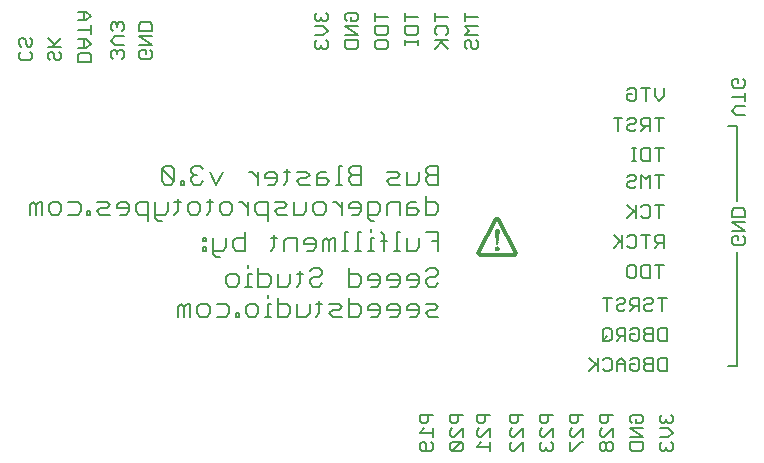
<source format=gbo>
G75*
G70*
%OFA0B0*%
%FSLAX24Y24*%
%IPPOS*%
%LPD*%
%AMOC8*
5,1,8,0,0,1.08239X$1,22.5*
%
%ADD10C,0.0060*%
%ADD11C,0.0080*%
%ADD12C,0.0050*%
%ADD13C,0.0120*%
D10*
X016683Y001931D02*
X016757Y001857D01*
X017050Y001857D01*
X017124Y001931D01*
X017124Y002077D01*
X017050Y002151D01*
X016903Y002077D02*
X016903Y001857D01*
X016683Y001931D02*
X016683Y002077D01*
X016757Y002151D01*
X016830Y002151D01*
X016903Y002077D01*
X017124Y002318D02*
X017124Y002611D01*
X017124Y002464D02*
X016683Y002464D01*
X016830Y002611D01*
X016757Y002778D02*
X016903Y002778D01*
X016977Y002851D01*
X016977Y003072D01*
X017124Y003072D02*
X016683Y003072D01*
X016683Y002851D01*
X016757Y002778D01*
X017683Y002851D02*
X017757Y002778D01*
X017903Y002778D01*
X017977Y002851D01*
X017977Y003072D01*
X018124Y003072D02*
X017683Y003072D01*
X017683Y002851D01*
X017757Y002611D02*
X017683Y002538D01*
X017683Y002391D01*
X017757Y002318D01*
X017830Y002318D01*
X018124Y002611D01*
X018124Y002318D01*
X018050Y002151D02*
X017757Y002151D01*
X017683Y002077D01*
X017683Y001931D01*
X017757Y001857D01*
X018050Y002151D01*
X018124Y002077D01*
X018124Y001931D01*
X018050Y001857D01*
X017757Y001857D01*
X018583Y002004D02*
X019024Y002004D01*
X019024Y002151D02*
X019024Y001857D01*
X018730Y002151D02*
X018583Y002004D01*
X018657Y002318D02*
X018583Y002391D01*
X018583Y002538D01*
X018657Y002611D01*
X018657Y002778D02*
X018803Y002778D01*
X018877Y002851D01*
X018877Y003072D01*
X019024Y003072D02*
X018583Y003072D01*
X018583Y002851D01*
X018657Y002778D01*
X019024Y002611D02*
X018730Y002318D01*
X018657Y002318D01*
X019024Y002318D02*
X019024Y002611D01*
X019683Y002538D02*
X019683Y002391D01*
X019757Y002318D01*
X019830Y002318D01*
X020124Y002611D01*
X020124Y002318D01*
X020124Y002151D02*
X019830Y001857D01*
X019757Y001857D01*
X019683Y001931D01*
X019683Y002077D01*
X019757Y002151D01*
X020124Y002151D02*
X020124Y001857D01*
X020683Y001931D02*
X020683Y002077D01*
X020757Y002151D01*
X020757Y002318D02*
X020683Y002391D01*
X020683Y002538D01*
X020757Y002611D01*
X020757Y002778D02*
X020903Y002778D01*
X020977Y002851D01*
X020977Y003072D01*
X021124Y003072D02*
X020683Y003072D01*
X020683Y002851D01*
X020757Y002778D01*
X021124Y002611D02*
X020830Y002318D01*
X020757Y002318D01*
X021050Y002151D02*
X021124Y002077D01*
X021124Y001931D01*
X021050Y001857D01*
X020977Y001857D01*
X020903Y001931D01*
X020903Y002004D01*
X020903Y001931D02*
X020830Y001857D01*
X020757Y001857D01*
X020683Y001931D01*
X021124Y002318D02*
X021124Y002611D01*
X021683Y002538D02*
X021683Y002391D01*
X021757Y002318D01*
X021830Y002318D01*
X022124Y002611D01*
X022124Y002318D01*
X022124Y002151D02*
X022050Y002151D01*
X021757Y001857D01*
X021683Y001857D01*
X021683Y002151D01*
X021683Y002538D02*
X021757Y002611D01*
X021757Y002778D02*
X021903Y002778D01*
X021977Y002851D01*
X021977Y003072D01*
X022124Y003072D02*
X021683Y003072D01*
X021683Y002851D01*
X021757Y002778D01*
X022683Y002851D02*
X022757Y002778D01*
X022903Y002778D01*
X022977Y002851D01*
X022977Y003072D01*
X023124Y003072D02*
X022683Y003072D01*
X022683Y002851D01*
X022757Y002611D02*
X022683Y002538D01*
X022683Y002391D01*
X022757Y002318D01*
X022830Y002318D01*
X023124Y002611D01*
X023124Y002318D01*
X023050Y002151D02*
X022977Y002151D01*
X022903Y002077D01*
X022903Y001931D01*
X022977Y001857D01*
X023050Y001857D01*
X023124Y001931D01*
X023124Y002077D01*
X023050Y002151D01*
X022903Y002077D02*
X022830Y002151D01*
X022757Y002151D01*
X022683Y002077D01*
X022683Y001931D01*
X022757Y001857D01*
X022830Y001857D01*
X022903Y001931D01*
X023683Y001931D02*
X023757Y001857D01*
X024050Y001857D01*
X024124Y001931D01*
X024124Y002151D01*
X023683Y002151D01*
X023683Y001931D01*
X023683Y002318D02*
X024124Y002318D01*
X023683Y002611D01*
X024124Y002611D01*
X024050Y002778D02*
X023903Y002778D01*
X023903Y002925D01*
X023757Y003072D02*
X024050Y003072D01*
X024124Y002998D01*
X024124Y002851D01*
X024050Y002778D01*
X023757Y002778D02*
X023683Y002851D01*
X023683Y002998D01*
X023757Y003072D01*
X024683Y002998D02*
X024683Y002851D01*
X024757Y002778D01*
X024830Y002778D01*
X024903Y002851D01*
X024977Y002778D01*
X025050Y002778D01*
X025124Y002851D01*
X025124Y002998D01*
X025050Y003072D01*
X024903Y002925D02*
X024903Y002851D01*
X024977Y002611D02*
X024683Y002611D01*
X024977Y002611D02*
X025124Y002464D01*
X024977Y002318D01*
X024683Y002318D01*
X024757Y002151D02*
X024683Y002077D01*
X024683Y001931D01*
X024757Y001857D01*
X024830Y001857D01*
X024903Y001931D01*
X024977Y001857D01*
X025050Y001857D01*
X025124Y001931D01*
X025124Y002077D01*
X025050Y002151D01*
X024903Y002004D02*
X024903Y001931D01*
X024683Y002998D02*
X024757Y003072D01*
X024703Y004532D02*
X024630Y004605D01*
X024630Y004899D01*
X024703Y004972D01*
X024924Y004972D01*
X024924Y004532D01*
X024703Y004532D01*
X024463Y004532D02*
X024243Y004532D01*
X024170Y004605D01*
X024170Y004678D01*
X024243Y004752D01*
X024463Y004752D01*
X024463Y004972D02*
X024243Y004972D01*
X024170Y004899D01*
X024170Y004825D01*
X024243Y004752D01*
X024003Y004899D02*
X024003Y004605D01*
X023929Y004532D01*
X023783Y004532D01*
X023709Y004605D01*
X023709Y004752D01*
X023856Y004752D01*
X023709Y004899D02*
X023783Y004972D01*
X023929Y004972D01*
X024003Y004899D01*
X024463Y004972D02*
X024463Y004532D01*
X023542Y004532D02*
X023542Y004825D01*
X023396Y004972D01*
X023249Y004825D01*
X023249Y004532D01*
X023082Y004605D02*
X023009Y004532D01*
X022862Y004532D01*
X022789Y004605D01*
X022622Y004678D02*
X022328Y004972D01*
X022622Y004972D02*
X022622Y004532D01*
X022548Y004752D02*
X022328Y004532D01*
X022789Y004899D02*
X022862Y004972D01*
X023009Y004972D01*
X023082Y004899D01*
X023082Y004605D01*
X023249Y004752D02*
X023542Y004752D01*
X023542Y005532D02*
X023542Y005972D01*
X023322Y005972D01*
X023249Y005899D01*
X023249Y005752D01*
X023322Y005678D01*
X023542Y005678D01*
X023396Y005678D02*
X023249Y005532D01*
X023082Y005605D02*
X023009Y005532D01*
X022862Y005532D01*
X022789Y005605D01*
X022789Y005899D01*
X022862Y005972D01*
X023009Y005972D01*
X023082Y005899D01*
X023082Y005605D01*
X022935Y005678D02*
X022789Y005532D01*
X023709Y005605D02*
X023783Y005532D01*
X023929Y005532D01*
X024003Y005605D01*
X024003Y005899D01*
X023929Y005972D01*
X023783Y005972D01*
X023709Y005899D01*
X023709Y005752D02*
X023856Y005752D01*
X023709Y005752D02*
X023709Y005605D01*
X024170Y005605D02*
X024243Y005532D01*
X024463Y005532D01*
X024463Y005972D01*
X024243Y005972D01*
X024170Y005899D01*
X024170Y005825D01*
X024243Y005752D01*
X024463Y005752D01*
X024243Y005752D02*
X024170Y005678D01*
X024170Y005605D01*
X024630Y005605D02*
X024703Y005532D01*
X024924Y005532D01*
X024924Y005972D01*
X024703Y005972D01*
X024630Y005899D01*
X024630Y005605D01*
X024777Y006532D02*
X024777Y006972D01*
X024924Y006972D02*
X024630Y006972D01*
X024463Y006899D02*
X024463Y006825D01*
X024390Y006752D01*
X024243Y006752D01*
X024170Y006678D01*
X024170Y006605D01*
X024243Y006532D01*
X024390Y006532D01*
X024463Y006605D01*
X024463Y006899D02*
X024390Y006972D01*
X024243Y006972D01*
X024170Y006899D01*
X024003Y006972D02*
X023783Y006972D01*
X023709Y006899D01*
X023709Y006752D01*
X023783Y006678D01*
X024003Y006678D01*
X024003Y006532D02*
X024003Y006972D01*
X023856Y006678D02*
X023709Y006532D01*
X023542Y006605D02*
X023469Y006532D01*
X023322Y006532D01*
X023249Y006605D01*
X023249Y006678D01*
X023322Y006752D01*
X023469Y006752D01*
X023542Y006825D01*
X023542Y006899D01*
X023469Y006972D01*
X023322Y006972D01*
X023249Y006899D01*
X023082Y006972D02*
X022789Y006972D01*
X022935Y006972D02*
X022935Y006532D01*
X023683Y007632D02*
X023609Y007705D01*
X023609Y007999D01*
X023683Y008072D01*
X023829Y008072D01*
X023903Y007999D01*
X023903Y007705D01*
X023829Y007632D01*
X023683Y007632D01*
X024070Y007705D02*
X024070Y007999D01*
X024143Y008072D01*
X024363Y008072D01*
X024363Y007632D01*
X024143Y007632D01*
X024070Y007705D01*
X024530Y008072D02*
X024824Y008072D01*
X024677Y008072D02*
X024677Y007632D01*
X024824Y008632D02*
X024824Y009072D01*
X024603Y009072D01*
X024530Y008999D01*
X024530Y008852D01*
X024603Y008778D01*
X024824Y008778D01*
X024677Y008778D02*
X024530Y008632D01*
X024216Y008632D02*
X024216Y009072D01*
X024070Y009072D02*
X024363Y009072D01*
X023903Y008999D02*
X023903Y008705D01*
X023829Y008632D01*
X023683Y008632D01*
X023609Y008705D01*
X023442Y008632D02*
X023442Y009072D01*
X023609Y008999D02*
X023683Y009072D01*
X023829Y009072D01*
X023903Y008999D01*
X023442Y008778D02*
X023149Y009072D01*
X023369Y008852D02*
X023149Y008632D01*
X023609Y009632D02*
X023829Y009852D01*
X023903Y009778D02*
X023609Y010072D01*
X023903Y010072D02*
X023903Y009632D01*
X024070Y009705D02*
X024143Y009632D01*
X024290Y009632D01*
X024363Y009705D01*
X024363Y009999D01*
X024290Y010072D01*
X024143Y010072D01*
X024070Y009999D01*
X024530Y010072D02*
X024824Y010072D01*
X024677Y010072D02*
X024677Y009632D01*
X024677Y010632D02*
X024677Y011072D01*
X024824Y011072D02*
X024530Y011072D01*
X024363Y011072D02*
X024216Y010925D01*
X024070Y011072D01*
X024070Y010632D01*
X023903Y010705D02*
X023829Y010632D01*
X023683Y010632D01*
X023609Y010705D01*
X023609Y010778D01*
X023683Y010852D01*
X023829Y010852D01*
X023903Y010925D01*
X023903Y010999D01*
X023829Y011072D01*
X023683Y011072D01*
X023609Y010999D01*
X023756Y011532D02*
X023903Y011532D01*
X023829Y011532D02*
X023829Y011972D01*
X023756Y011972D02*
X023903Y011972D01*
X024070Y011899D02*
X024143Y011972D01*
X024363Y011972D01*
X024363Y011532D01*
X024143Y011532D01*
X024070Y011605D01*
X024070Y011899D01*
X024530Y011972D02*
X024824Y011972D01*
X024677Y011972D02*
X024677Y011532D01*
X024363Y011072D02*
X024363Y010632D01*
X024363Y012532D02*
X024363Y012972D01*
X024143Y012972D01*
X024070Y012899D01*
X024070Y012752D01*
X024143Y012678D01*
X024363Y012678D01*
X024216Y012678D02*
X024070Y012532D01*
X023903Y012605D02*
X023829Y012532D01*
X023683Y012532D01*
X023609Y012605D01*
X023609Y012678D01*
X023683Y012752D01*
X023829Y012752D01*
X023903Y012825D01*
X023903Y012899D01*
X023829Y012972D01*
X023683Y012972D01*
X023609Y012899D01*
X023442Y012972D02*
X023149Y012972D01*
X023296Y012972D02*
X023296Y012532D01*
X023683Y013532D02*
X023609Y013605D01*
X023609Y013752D01*
X023756Y013752D01*
X023609Y013899D02*
X023683Y013972D01*
X023829Y013972D01*
X023903Y013899D01*
X023903Y013605D01*
X023829Y013532D01*
X023683Y013532D01*
X024216Y013532D02*
X024216Y013972D01*
X024070Y013972D02*
X024363Y013972D01*
X024530Y013972D02*
X024530Y013678D01*
X024677Y013532D01*
X024824Y013678D01*
X024824Y013972D01*
X024824Y012972D02*
X024530Y012972D01*
X024677Y012972D02*
X024677Y012532D01*
X027084Y013197D02*
X027230Y013344D01*
X027524Y013344D01*
X027524Y013511D02*
X027524Y013804D01*
X027524Y013658D02*
X027084Y013658D01*
X027157Y013971D02*
X027084Y014045D01*
X027084Y014191D01*
X027157Y014265D01*
X027304Y014265D01*
X027304Y014118D01*
X027451Y014265D02*
X027524Y014191D01*
X027524Y014045D01*
X027451Y013971D01*
X027157Y013971D01*
X027084Y013197D02*
X027230Y013050D01*
X027524Y013050D01*
X027451Y009946D02*
X027157Y009946D01*
X027084Y009872D01*
X027084Y009652D01*
X027524Y009652D01*
X027524Y009872D01*
X027451Y009946D01*
X027524Y009486D02*
X027084Y009486D01*
X027524Y009192D01*
X027084Y009192D01*
X027157Y009025D02*
X027304Y009025D01*
X027304Y008878D01*
X027451Y008732D02*
X027524Y008805D01*
X027524Y008952D01*
X027451Y009025D01*
X027157Y009025D02*
X027084Y008952D01*
X027084Y008805D01*
X027157Y008732D01*
X027451Y008732D01*
X020124Y003072D02*
X019683Y003072D01*
X019683Y002851D01*
X019757Y002778D01*
X019903Y002778D01*
X019977Y002851D01*
X019977Y003072D01*
X019757Y002611D02*
X019683Y002538D01*
X005724Y014832D02*
X005284Y014832D01*
X005284Y015052D01*
X005357Y015125D01*
X005651Y015125D01*
X005724Y015052D01*
X005724Y014832D01*
X006384Y015005D02*
X006384Y015152D01*
X006457Y015225D01*
X006530Y015225D01*
X006604Y015152D01*
X006604Y015078D01*
X006604Y015152D02*
X006677Y015225D01*
X006751Y015225D01*
X006824Y015152D01*
X006824Y015005D01*
X006751Y014932D01*
X006457Y014932D02*
X006384Y015005D01*
X006530Y015392D02*
X006384Y015539D01*
X006530Y015686D01*
X006824Y015686D01*
X006751Y015852D02*
X006824Y015926D01*
X006824Y016072D01*
X006751Y016146D01*
X006677Y016146D01*
X006604Y016072D01*
X006530Y016146D01*
X006457Y016146D01*
X006384Y016072D01*
X006384Y015926D01*
X006457Y015852D01*
X006604Y015999D02*
X006604Y016072D01*
X007334Y016072D02*
X007334Y015852D01*
X007774Y015852D01*
X007774Y016072D01*
X007701Y016146D01*
X007407Y016146D01*
X007334Y016072D01*
X007334Y015686D02*
X007774Y015686D01*
X007774Y015392D02*
X007334Y015686D01*
X007334Y015392D02*
X007774Y015392D01*
X007701Y015225D02*
X007774Y015152D01*
X007774Y015005D01*
X007701Y014932D01*
X007407Y014932D01*
X007334Y015005D01*
X007334Y015152D01*
X007407Y015225D01*
X007554Y015225D01*
X007554Y015078D01*
X006824Y015392D02*
X006530Y015392D01*
X005724Y015439D02*
X005577Y015586D01*
X005284Y015586D01*
X005504Y015586D02*
X005504Y015292D01*
X005577Y015292D02*
X005724Y015439D01*
X005577Y015292D02*
X005284Y015292D01*
X004724Y015342D02*
X004284Y015342D01*
X004430Y015342D02*
X004724Y015636D01*
X004504Y015415D02*
X004284Y015636D01*
X003774Y015562D02*
X003774Y015415D01*
X003701Y015342D01*
X003627Y015342D01*
X003554Y015415D01*
X003554Y015562D01*
X003480Y015636D01*
X003407Y015636D01*
X003334Y015562D01*
X003334Y015415D01*
X003407Y015342D01*
X003407Y015175D02*
X003334Y015102D01*
X003334Y014955D01*
X003407Y014882D01*
X003701Y014882D01*
X003774Y014955D01*
X003774Y015102D01*
X003701Y015175D01*
X003774Y015562D02*
X003701Y015636D01*
X004284Y015102D02*
X004284Y014955D01*
X004357Y014882D01*
X004504Y014955D02*
X004577Y014882D01*
X004651Y014882D01*
X004724Y014955D01*
X004724Y015102D01*
X004651Y015175D01*
X004504Y015102D02*
X004430Y015175D01*
X004357Y015175D01*
X004284Y015102D01*
X004504Y015102D02*
X004504Y014955D01*
X005724Y015752D02*
X005724Y016046D01*
X005724Y015899D02*
X005284Y015899D01*
X005284Y016213D02*
X005577Y016213D01*
X005724Y016359D01*
X005577Y016506D01*
X005284Y016506D01*
X005504Y016506D02*
X005504Y016213D01*
X013183Y016251D02*
X013257Y016178D01*
X013330Y016178D01*
X013403Y016251D01*
X013477Y016178D01*
X013550Y016178D01*
X013624Y016251D01*
X013624Y016398D01*
X013550Y016472D01*
X013403Y016325D02*
X013403Y016251D01*
X013183Y016251D02*
X013183Y016398D01*
X013257Y016472D01*
X013183Y016011D02*
X013477Y016011D01*
X013624Y015864D01*
X013477Y015718D01*
X013183Y015718D01*
X013257Y015551D02*
X013183Y015477D01*
X013183Y015331D01*
X013257Y015257D01*
X013330Y015257D01*
X013403Y015331D01*
X013477Y015257D01*
X013550Y015257D01*
X013624Y015331D01*
X013624Y015477D01*
X013550Y015551D01*
X013403Y015404D02*
X013403Y015331D01*
X014183Y015331D02*
X014183Y015551D01*
X014624Y015551D01*
X014624Y015331D01*
X014550Y015257D01*
X014257Y015257D01*
X014183Y015331D01*
X014183Y015718D02*
X014624Y015718D01*
X014183Y016011D01*
X014624Y016011D01*
X014550Y016178D02*
X014624Y016251D01*
X014624Y016398D01*
X014550Y016472D01*
X014257Y016472D01*
X014183Y016398D01*
X014183Y016251D01*
X014257Y016178D01*
X014403Y016178D02*
X014403Y016325D01*
X014403Y016178D02*
X014550Y016178D01*
X015183Y016178D02*
X015183Y016472D01*
X015183Y016325D02*
X015624Y016325D01*
X015624Y016011D02*
X015183Y016011D01*
X015183Y015791D01*
X015257Y015718D01*
X015550Y015718D01*
X015624Y015791D01*
X015624Y016011D01*
X016183Y016011D02*
X016183Y015791D01*
X016257Y015718D01*
X016550Y015718D01*
X016624Y015791D01*
X016624Y016011D01*
X016183Y016011D01*
X016183Y016178D02*
X016183Y016472D01*
X016183Y016325D02*
X016624Y016325D01*
X017183Y016325D02*
X017624Y016325D01*
X017550Y016011D02*
X017257Y016011D01*
X017183Y015938D01*
X017183Y015791D01*
X017257Y015718D01*
X017183Y015551D02*
X017624Y015551D01*
X017477Y015551D02*
X017183Y015257D01*
X017403Y015477D02*
X017624Y015257D01*
X017550Y015718D02*
X017624Y015791D01*
X017624Y015938D01*
X017550Y016011D01*
X017183Y016178D02*
X017183Y016472D01*
X018183Y016472D02*
X018183Y016178D01*
X018183Y016325D02*
X018624Y016325D01*
X018624Y016011D02*
X018183Y016011D01*
X018330Y015864D01*
X018183Y015718D01*
X018624Y015718D01*
X018550Y015551D02*
X018624Y015477D01*
X018624Y015331D01*
X018550Y015257D01*
X018477Y015257D01*
X018403Y015331D01*
X018403Y015477D01*
X018330Y015551D01*
X018257Y015551D01*
X018183Y015477D01*
X018183Y015331D01*
X018257Y015257D01*
X016624Y015404D02*
X016624Y015551D01*
X016624Y015477D02*
X016183Y015477D01*
X016183Y015404D02*
X016183Y015551D01*
X015624Y015477D02*
X015624Y015331D01*
X015550Y015257D01*
X015257Y015257D01*
X015183Y015331D01*
X015183Y015477D01*
X015257Y015551D01*
X015550Y015551D01*
X015624Y015477D01*
D11*
X008628Y006652D02*
X008628Y006342D01*
X008835Y006342D02*
X008835Y006652D01*
X008732Y006755D01*
X008628Y006652D01*
X008835Y006652D02*
X008939Y006755D01*
X009042Y006755D01*
X009042Y006342D01*
X009273Y006445D02*
X009273Y006652D01*
X009376Y006755D01*
X009583Y006755D01*
X009687Y006652D01*
X009687Y006445D01*
X009583Y006342D01*
X009376Y006342D01*
X009273Y006445D01*
X009918Y006342D02*
X010228Y006342D01*
X010331Y006445D01*
X010331Y006652D01*
X010228Y006755D01*
X009918Y006755D01*
X010550Y006445D02*
X010550Y006342D01*
X010653Y006342D01*
X010653Y006445D01*
X010550Y006445D01*
X010884Y006445D02*
X010884Y006652D01*
X010988Y006755D01*
X011195Y006755D01*
X011298Y006652D01*
X011298Y006445D01*
X011195Y006342D01*
X010988Y006342D01*
X010884Y006445D01*
X011521Y006342D02*
X011728Y006342D01*
X011624Y006342D02*
X011624Y006755D01*
X011728Y006755D01*
X011959Y006755D02*
X012269Y006755D01*
X012372Y006652D01*
X012372Y006445D01*
X012269Y006342D01*
X011959Y006342D01*
X011959Y006962D01*
X011624Y006962D02*
X011624Y007066D01*
X011624Y007342D02*
X011314Y007342D01*
X011314Y007962D01*
X011314Y007755D02*
X011624Y007755D01*
X011728Y007652D01*
X011728Y007445D01*
X011624Y007342D01*
X011959Y007342D02*
X011959Y007755D01*
X012372Y007755D02*
X012372Y007445D01*
X012269Y007342D01*
X011959Y007342D01*
X012595Y007342D02*
X012698Y007445D01*
X012698Y007859D01*
X012595Y007755D02*
X012802Y007755D01*
X013033Y007859D02*
X013136Y007962D01*
X013343Y007962D01*
X013446Y007859D01*
X013446Y007755D01*
X013343Y007652D01*
X013136Y007652D01*
X013033Y007548D01*
X013033Y007445D01*
X013136Y007342D01*
X013343Y007342D01*
X013446Y007445D01*
X014322Y007342D02*
X014632Y007342D01*
X014735Y007445D01*
X014735Y007652D01*
X014632Y007755D01*
X014322Y007755D01*
X014322Y007962D02*
X014322Y007342D01*
X014322Y006962D02*
X014322Y006342D01*
X014632Y006342D01*
X014735Y006445D01*
X014735Y006652D01*
X014632Y006755D01*
X014322Y006755D01*
X014091Y006652D02*
X013988Y006548D01*
X013781Y006548D01*
X013677Y006445D01*
X013781Y006342D01*
X014091Y006342D01*
X014091Y006652D02*
X013988Y006755D01*
X013677Y006755D01*
X013446Y006755D02*
X013240Y006755D01*
X013343Y006859D02*
X013343Y006445D01*
X013240Y006342D01*
X013017Y006445D02*
X012913Y006342D01*
X012603Y006342D01*
X012603Y006755D01*
X013017Y006755D02*
X013017Y006445D01*
X014966Y006548D02*
X015380Y006548D01*
X015380Y006445D02*
X015380Y006652D01*
X015277Y006755D01*
X015070Y006755D01*
X014966Y006652D01*
X014966Y006548D01*
X015070Y006342D02*
X015277Y006342D01*
X015380Y006445D01*
X015611Y006548D02*
X016024Y006548D01*
X016024Y006445D02*
X016024Y006652D01*
X015921Y006755D01*
X015714Y006755D01*
X015611Y006652D01*
X015611Y006548D01*
X015714Y006342D02*
X015921Y006342D01*
X016024Y006445D01*
X016255Y006548D02*
X016669Y006548D01*
X016669Y006445D02*
X016669Y006652D01*
X016566Y006755D01*
X016359Y006755D01*
X016255Y006652D01*
X016255Y006548D01*
X016359Y006342D02*
X016566Y006342D01*
X016669Y006445D01*
X016900Y006445D02*
X017003Y006548D01*
X017210Y006548D01*
X017314Y006652D01*
X017210Y006755D01*
X016900Y006755D01*
X016900Y006445D02*
X017003Y006342D01*
X017314Y006342D01*
X017210Y007342D02*
X017003Y007342D01*
X016900Y007445D01*
X016900Y007548D01*
X017003Y007652D01*
X017210Y007652D01*
X017314Y007755D01*
X017314Y007859D01*
X017210Y007962D01*
X017003Y007962D01*
X016900Y007859D01*
X016669Y007652D02*
X016566Y007755D01*
X016359Y007755D01*
X016255Y007652D01*
X016255Y007548D01*
X016669Y007548D01*
X016669Y007445D02*
X016669Y007652D01*
X016669Y007445D02*
X016566Y007342D01*
X016359Y007342D01*
X016024Y007445D02*
X016024Y007652D01*
X015921Y007755D01*
X015714Y007755D01*
X015611Y007652D01*
X015611Y007548D01*
X016024Y007548D01*
X016024Y007445D02*
X015921Y007342D01*
X015714Y007342D01*
X015380Y007445D02*
X015380Y007652D01*
X015277Y007755D01*
X015070Y007755D01*
X014966Y007652D01*
X014966Y007548D01*
X015380Y007548D01*
X015380Y007445D02*
X015277Y007342D01*
X015070Y007342D01*
X015062Y008542D02*
X015062Y008955D01*
X015165Y008955D01*
X015062Y009162D02*
X015062Y009266D01*
X015388Y009162D02*
X015491Y009059D01*
X015491Y008542D01*
X015818Y008542D02*
X016024Y008542D01*
X015921Y008542D02*
X015921Y009162D01*
X016024Y009162D01*
X016255Y008955D02*
X016255Y008542D01*
X016566Y008542D01*
X016669Y008645D01*
X016669Y008955D01*
X016900Y009162D02*
X017314Y009162D01*
X017314Y008542D01*
X017314Y008852D02*
X017107Y008852D01*
X017210Y009742D02*
X016900Y009742D01*
X016900Y010362D01*
X016900Y010155D02*
X017210Y010155D01*
X017314Y010052D01*
X017314Y009845D01*
X017210Y009742D01*
X016669Y009845D02*
X016566Y009948D01*
X016255Y009948D01*
X016255Y010052D02*
X016255Y009742D01*
X016566Y009742D01*
X016669Y009845D01*
X016566Y010155D02*
X016359Y010155D01*
X016255Y010052D01*
X016024Y010155D02*
X015714Y010155D01*
X015611Y010052D01*
X015611Y009742D01*
X015380Y009845D02*
X015277Y009742D01*
X014966Y009742D01*
X014966Y009638D02*
X014966Y010155D01*
X015277Y010155D01*
X015380Y010052D01*
X015380Y009845D01*
X015173Y009535D02*
X015070Y009535D01*
X014966Y009638D01*
X014735Y009845D02*
X014735Y010052D01*
X014632Y010155D01*
X014425Y010155D01*
X014322Y010052D01*
X014322Y009948D01*
X014735Y009948D01*
X014735Y009845D02*
X014632Y009742D01*
X014425Y009742D01*
X014091Y009742D02*
X014091Y010155D01*
X014091Y009948D02*
X013884Y010155D01*
X013781Y010155D01*
X013554Y010052D02*
X013554Y009845D01*
X013450Y009742D01*
X013244Y009742D01*
X013140Y009845D01*
X013140Y010052D01*
X013244Y010155D01*
X013450Y010155D01*
X013554Y010052D01*
X012909Y010155D02*
X012909Y009845D01*
X012806Y009742D01*
X012496Y009742D01*
X012496Y010155D01*
X012265Y010052D02*
X012161Y009948D01*
X011955Y009948D01*
X011851Y009845D01*
X011955Y009742D01*
X012265Y009742D01*
X012265Y010052D02*
X012161Y010155D01*
X011851Y010155D01*
X011620Y010155D02*
X011310Y010155D01*
X011207Y010052D01*
X011207Y009845D01*
X011310Y009742D01*
X011620Y009742D01*
X011620Y009535D02*
X011620Y010155D01*
X010976Y010155D02*
X010976Y009742D01*
X010976Y009948D02*
X010769Y010155D01*
X010665Y010155D01*
X010439Y010052D02*
X010439Y009845D01*
X010335Y009742D01*
X010128Y009742D01*
X010025Y009845D01*
X010025Y010052D01*
X010128Y010155D01*
X010335Y010155D01*
X010439Y010052D01*
X009794Y010155D02*
X009587Y010155D01*
X009691Y010259D02*
X009691Y009845D01*
X009587Y009742D01*
X009364Y009845D02*
X009261Y009742D01*
X009054Y009742D01*
X008951Y009845D01*
X008951Y010052D01*
X009054Y010155D01*
X009261Y010155D01*
X009364Y010052D01*
X009364Y009845D01*
X008720Y010155D02*
X008513Y010155D01*
X008616Y010259D02*
X008616Y009845D01*
X008513Y009742D01*
X008290Y009845D02*
X008187Y009742D01*
X007877Y009742D01*
X007877Y009638D02*
X007980Y009535D01*
X008083Y009535D01*
X007877Y009638D02*
X007877Y010155D01*
X007646Y010155D02*
X007335Y010155D01*
X007232Y010052D01*
X007232Y009845D01*
X007335Y009742D01*
X007646Y009742D01*
X007646Y009535D02*
X007646Y010155D01*
X008290Y010155D02*
X008290Y009845D01*
X009476Y008955D02*
X009476Y008852D01*
X009579Y008852D01*
X009579Y008955D01*
X009476Y008955D01*
X009810Y008955D02*
X009810Y008438D01*
X009914Y008335D01*
X010017Y008335D01*
X010120Y008542D02*
X009810Y008542D01*
X009579Y008542D02*
X009579Y008645D01*
X009476Y008645D01*
X009476Y008542D01*
X009579Y008542D01*
X010120Y008542D02*
X010224Y008645D01*
X010224Y008955D01*
X010455Y008852D02*
X010558Y008955D01*
X010868Y008955D01*
X010868Y009162D02*
X010868Y008542D01*
X010558Y008542D01*
X010455Y008645D01*
X010455Y008852D01*
X010980Y008066D02*
X010980Y007962D01*
X010980Y007755D02*
X010980Y007342D01*
X011083Y007342D02*
X010876Y007342D01*
X010653Y007445D02*
X010550Y007342D01*
X010343Y007342D01*
X010240Y007445D01*
X010240Y007652D01*
X010343Y007755D01*
X010550Y007755D01*
X010653Y007652D01*
X010653Y007445D01*
X010980Y007755D02*
X011083Y007755D01*
X011736Y008542D02*
X011839Y008645D01*
X011839Y009059D01*
X011942Y008955D02*
X011736Y008955D01*
X012173Y008852D02*
X012173Y008542D01*
X012587Y008542D02*
X012587Y008955D01*
X012277Y008955D01*
X012173Y008852D01*
X012818Y008852D02*
X012818Y008748D01*
X013232Y008748D01*
X013232Y008645D02*
X013232Y008852D01*
X013128Y008955D01*
X012921Y008955D01*
X012818Y008852D01*
X012921Y008542D02*
X013128Y008542D01*
X013232Y008645D01*
X013462Y008542D02*
X013462Y008852D01*
X013566Y008955D01*
X013669Y008852D01*
X013669Y008542D01*
X013876Y008542D02*
X013876Y008955D01*
X013773Y008955D01*
X013669Y008852D01*
X014099Y008542D02*
X014306Y008542D01*
X014202Y008542D02*
X014202Y009162D01*
X014306Y009162D01*
X014632Y009162D02*
X014632Y008542D01*
X014735Y008542D02*
X014529Y008542D01*
X014958Y008542D02*
X015165Y008542D01*
X015388Y008852D02*
X015595Y008852D01*
X014735Y009162D02*
X014632Y009162D01*
X016024Y009742D02*
X016024Y010155D01*
X016024Y010742D02*
X015714Y010742D01*
X015611Y010845D01*
X015714Y010948D01*
X015921Y010948D01*
X016024Y011052D01*
X015921Y011155D01*
X015611Y011155D01*
X016255Y011155D02*
X016255Y010742D01*
X016566Y010742D01*
X016669Y010845D01*
X016669Y011155D01*
X016900Y011155D02*
X016900Y011259D01*
X017003Y011362D01*
X017314Y011362D01*
X017314Y010742D01*
X017003Y010742D01*
X016900Y010845D01*
X016900Y010948D01*
X017003Y011052D01*
X017314Y011052D01*
X017003Y011052D02*
X016900Y011155D01*
X014735Y011052D02*
X014425Y011052D01*
X014322Y010948D01*
X014322Y010845D01*
X014425Y010742D01*
X014735Y010742D01*
X014735Y011362D01*
X014425Y011362D01*
X014322Y011259D01*
X014322Y011155D01*
X014425Y011052D01*
X014091Y011362D02*
X013988Y011362D01*
X013988Y010742D01*
X014091Y010742D02*
X013884Y010742D01*
X013661Y010845D02*
X013558Y010948D01*
X013248Y010948D01*
X013248Y011052D02*
X013248Y010742D01*
X013558Y010742D01*
X013661Y010845D01*
X013558Y011155D02*
X013351Y011155D01*
X013248Y011052D01*
X013017Y011052D02*
X012913Y011155D01*
X012603Y011155D01*
X012372Y011155D02*
X012165Y011155D01*
X012269Y011259D02*
X012269Y010845D01*
X012165Y010742D01*
X011942Y010845D02*
X011942Y011052D01*
X011839Y011155D01*
X011632Y011155D01*
X011529Y011052D01*
X011529Y010948D01*
X011942Y010948D01*
X011942Y010845D02*
X011839Y010742D01*
X011632Y010742D01*
X011298Y010742D02*
X011298Y011155D01*
X011298Y010948D02*
X011091Y011155D01*
X010988Y011155D01*
X010116Y011155D02*
X009910Y010742D01*
X009703Y011155D01*
X009472Y011259D02*
X009368Y011362D01*
X009162Y011362D01*
X009058Y011259D01*
X009058Y011155D01*
X009162Y011052D01*
X009058Y010948D01*
X009058Y010845D01*
X009162Y010742D01*
X009368Y010742D01*
X009472Y010845D01*
X009265Y011052D02*
X009162Y011052D01*
X008827Y010845D02*
X008724Y010845D01*
X008724Y010742D01*
X008827Y010742D01*
X008827Y010845D01*
X008505Y010845D02*
X008091Y011259D01*
X008091Y010845D01*
X008195Y010742D01*
X008402Y010742D01*
X008505Y010845D01*
X008505Y011259D01*
X008402Y011362D01*
X008195Y011362D01*
X008091Y011259D01*
X006898Y010155D02*
X006691Y010155D01*
X006587Y010052D01*
X006587Y009948D01*
X007001Y009948D01*
X007001Y009845D02*
X007001Y010052D01*
X006898Y010155D01*
X007001Y009845D02*
X006898Y009742D01*
X006691Y009742D01*
X006357Y009742D02*
X006046Y009742D01*
X005943Y009845D01*
X006046Y009948D01*
X006253Y009948D01*
X006357Y010052D01*
X006253Y010155D01*
X005943Y010155D01*
X005712Y009845D02*
X005609Y009845D01*
X005609Y009742D01*
X005712Y009742D01*
X005712Y009845D01*
X005390Y009845D02*
X005286Y009742D01*
X004976Y009742D01*
X004745Y009845D02*
X004642Y009742D01*
X004435Y009742D01*
X004332Y009845D01*
X004332Y010052D01*
X004435Y010155D01*
X004642Y010155D01*
X004745Y010052D01*
X004745Y009845D01*
X004976Y010155D02*
X005286Y010155D01*
X005390Y010052D01*
X005390Y009845D01*
X004101Y009742D02*
X004101Y010155D01*
X003997Y010155D01*
X003894Y010052D01*
X003791Y010155D01*
X003687Y010052D01*
X003687Y009742D01*
X003894Y009742D02*
X003894Y010052D01*
X012603Y010845D02*
X012706Y010948D01*
X012913Y010948D01*
X013017Y011052D01*
X013017Y010742D02*
X012706Y010742D01*
X012603Y010845D01*
X017210Y007342D02*
X017314Y007445D01*
X026954Y004702D02*
X027254Y004702D01*
X027254Y008502D01*
X027254Y010202D02*
X027254Y012702D01*
X026954Y012702D01*
D12*
X019321Y009192D02*
X019272Y008749D01*
X019223Y009192D01*
X019321Y009192D01*
X019223Y009192D01*
X019272Y008749D01*
X019321Y009192D01*
X019223Y009192D01*
X019272Y008749D01*
X019321Y009192D01*
X019223Y009192D01*
X019272Y008749D01*
X019321Y009192D01*
X019223Y009192D01*
X019272Y008749D01*
X019321Y009192D01*
X019223Y009192D01*
X019272Y008749D01*
X019321Y009192D01*
X019223Y009192D01*
X019272Y008749D01*
X019321Y009192D01*
X019223Y009192D01*
X019272Y008749D01*
X019321Y009192D01*
X019223Y009192D01*
X019272Y008749D01*
X019321Y009192D01*
X019223Y009192D01*
X019272Y008749D01*
X019321Y009192D01*
X019223Y009192D01*
X019272Y008749D01*
X019321Y009192D01*
X019320Y009182D02*
X019224Y009182D01*
X019320Y009182D01*
X019224Y009182D01*
X019320Y009182D01*
X019224Y009182D01*
X019320Y009182D01*
X019224Y009182D01*
X019320Y009182D01*
X019224Y009182D01*
X019320Y009182D01*
X019224Y009182D01*
X019229Y009134D02*
X019315Y009134D01*
X019229Y009134D01*
X019315Y009134D01*
X019229Y009134D01*
X019315Y009134D01*
X019229Y009134D01*
X019315Y009134D01*
X019229Y009134D01*
X019315Y009134D01*
X019229Y009134D01*
X019315Y009134D01*
X019309Y009085D02*
X019235Y009085D01*
X019309Y009085D01*
X019235Y009085D01*
X019309Y009085D01*
X019235Y009085D01*
X019309Y009085D01*
X019235Y009085D01*
X019309Y009085D01*
X019235Y009085D01*
X019309Y009085D01*
X019235Y009085D01*
X019240Y009036D02*
X019304Y009036D01*
X019240Y009036D01*
X019304Y009036D01*
X019240Y009036D01*
X019304Y009036D01*
X019240Y009036D01*
X019304Y009036D01*
X019240Y009036D01*
X019304Y009036D01*
X019240Y009036D01*
X019304Y009036D01*
X019299Y008988D02*
X019246Y008988D01*
X019299Y008988D01*
X019246Y008988D01*
X019299Y008988D01*
X019246Y008988D01*
X019299Y008988D01*
X019246Y008988D01*
X019299Y008988D01*
X019246Y008988D01*
X019299Y008988D01*
X019246Y008988D01*
X019251Y008939D02*
X019293Y008939D01*
X019251Y008939D01*
X019293Y008939D01*
X019251Y008939D01*
X019293Y008939D01*
X019251Y008939D01*
X019293Y008939D01*
X019251Y008939D01*
X019293Y008939D01*
X019251Y008939D01*
X019293Y008939D01*
X019288Y008891D02*
X019256Y008891D01*
X019288Y008891D01*
X019256Y008891D01*
X019288Y008891D01*
X019256Y008891D01*
X019288Y008891D01*
X019256Y008891D01*
X019288Y008891D01*
X019256Y008891D01*
X019288Y008891D01*
X019256Y008891D01*
X019262Y008842D02*
X019282Y008842D01*
X019262Y008842D01*
X019282Y008842D01*
X019262Y008842D01*
X019282Y008842D01*
X019262Y008842D01*
X019282Y008842D01*
X019262Y008842D01*
X019282Y008842D01*
X019262Y008842D01*
X019282Y008842D01*
X019277Y008794D02*
X019267Y008794D01*
X019277Y008794D01*
X019267Y008794D01*
X019277Y008794D01*
X019267Y008794D01*
X019277Y008794D01*
X019267Y008794D01*
X019277Y008794D01*
X019267Y008794D01*
X019277Y008794D01*
X019267Y008794D01*
X019223Y008602D02*
X019225Y008615D01*
X019230Y008627D01*
X019239Y008638D01*
X019249Y008646D01*
X019262Y008650D01*
X019275Y008651D01*
X019288Y008648D01*
X019300Y008642D01*
X019310Y008633D01*
X019317Y008622D01*
X019321Y008609D01*
X019321Y008595D01*
X019317Y008582D01*
X019310Y008571D01*
X019300Y008562D01*
X019288Y008556D01*
X019275Y008553D01*
X019262Y008554D01*
X019249Y008558D01*
X019239Y008566D01*
X019230Y008577D01*
X019225Y008589D01*
X019223Y008602D01*
X019225Y008615D01*
X019230Y008627D01*
X019239Y008638D01*
X019249Y008646D01*
X019262Y008650D01*
X019275Y008651D01*
X019288Y008648D01*
X019300Y008642D01*
X019310Y008633D01*
X019317Y008622D01*
X019321Y008609D01*
X019321Y008595D01*
X019317Y008582D01*
X019310Y008571D01*
X019300Y008562D01*
X019288Y008556D01*
X019275Y008553D01*
X019262Y008554D01*
X019249Y008558D01*
X019239Y008566D01*
X019230Y008577D01*
X019225Y008589D01*
X019223Y008602D01*
X019225Y008615D01*
X019230Y008627D01*
X019239Y008638D01*
X019249Y008646D01*
X019262Y008650D01*
X019275Y008651D01*
X019288Y008648D01*
X019300Y008642D01*
X019310Y008633D01*
X019317Y008622D01*
X019321Y008609D01*
X019321Y008595D01*
X019317Y008582D01*
X019310Y008571D01*
X019300Y008562D01*
X019288Y008556D01*
X019275Y008553D01*
X019262Y008554D01*
X019249Y008558D01*
X019239Y008566D01*
X019230Y008577D01*
X019225Y008589D01*
X019223Y008602D01*
X019225Y008615D01*
X019230Y008627D01*
X019239Y008638D01*
X019249Y008646D01*
X019262Y008650D01*
X019275Y008651D01*
X019288Y008648D01*
X019300Y008642D01*
X019310Y008633D01*
X019317Y008622D01*
X019321Y008609D01*
X019321Y008595D01*
X019317Y008582D01*
X019310Y008571D01*
X019300Y008562D01*
X019288Y008556D01*
X019275Y008553D01*
X019262Y008554D01*
X019249Y008558D01*
X019239Y008566D01*
X019230Y008577D01*
X019225Y008589D01*
X019223Y008602D01*
X019225Y008615D01*
X019230Y008627D01*
X019239Y008638D01*
X019249Y008646D01*
X019262Y008650D01*
X019275Y008651D01*
X019288Y008648D01*
X019300Y008642D01*
X019310Y008633D01*
X019317Y008622D01*
X019321Y008609D01*
X019321Y008595D01*
X019317Y008582D01*
X019310Y008571D01*
X019300Y008562D01*
X019288Y008556D01*
X019275Y008553D01*
X019262Y008554D01*
X019249Y008558D01*
X019239Y008566D01*
X019230Y008577D01*
X019225Y008589D01*
X019223Y008602D01*
X019225Y008615D01*
X019230Y008627D01*
X019239Y008638D01*
X019249Y008646D01*
X019262Y008650D01*
X019275Y008651D01*
X019288Y008648D01*
X019300Y008642D01*
X019310Y008633D01*
X019317Y008622D01*
X019321Y008609D01*
X019321Y008595D01*
X019317Y008582D01*
X019310Y008571D01*
X019300Y008562D01*
X019288Y008556D01*
X019275Y008553D01*
X019262Y008554D01*
X019249Y008558D01*
X019239Y008566D01*
X019230Y008577D01*
X019225Y008589D01*
X019223Y008602D01*
X019225Y008615D01*
X019230Y008627D01*
X019239Y008638D01*
X019249Y008646D01*
X019262Y008650D01*
X019275Y008651D01*
X019288Y008648D01*
X019300Y008642D01*
X019310Y008633D01*
X019317Y008622D01*
X019321Y008609D01*
X019321Y008595D01*
X019317Y008582D01*
X019310Y008571D01*
X019300Y008562D01*
X019288Y008556D01*
X019275Y008553D01*
X019262Y008554D01*
X019249Y008558D01*
X019239Y008566D01*
X019230Y008577D01*
X019225Y008589D01*
X019223Y008602D01*
X019225Y008615D01*
X019230Y008627D01*
X019239Y008638D01*
X019249Y008646D01*
X019262Y008650D01*
X019275Y008651D01*
X019288Y008648D01*
X019300Y008642D01*
X019310Y008633D01*
X019317Y008622D01*
X019321Y008609D01*
X019321Y008595D01*
X019317Y008582D01*
X019310Y008571D01*
X019300Y008562D01*
X019288Y008556D01*
X019275Y008553D01*
X019262Y008554D01*
X019249Y008558D01*
X019239Y008566D01*
X019230Y008577D01*
X019225Y008589D01*
X019223Y008602D01*
X019225Y008615D01*
X019230Y008627D01*
X019239Y008638D01*
X019249Y008646D01*
X019262Y008650D01*
X019275Y008651D01*
X019288Y008648D01*
X019300Y008642D01*
X019310Y008633D01*
X019317Y008622D01*
X019321Y008609D01*
X019321Y008595D01*
X019317Y008582D01*
X019310Y008571D01*
X019300Y008562D01*
X019288Y008556D01*
X019275Y008553D01*
X019262Y008554D01*
X019249Y008558D01*
X019239Y008566D01*
X019230Y008577D01*
X019225Y008589D01*
X019223Y008602D01*
X019225Y008615D01*
X019230Y008627D01*
X019239Y008638D01*
X019249Y008646D01*
X019262Y008650D01*
X019275Y008651D01*
X019288Y008648D01*
X019300Y008642D01*
X019310Y008633D01*
X019317Y008622D01*
X019321Y008609D01*
X019321Y008595D01*
X019317Y008582D01*
X019310Y008571D01*
X019300Y008562D01*
X019288Y008556D01*
X019275Y008553D01*
X019262Y008554D01*
X019249Y008558D01*
X019239Y008566D01*
X019230Y008577D01*
X019225Y008589D01*
X019223Y008602D01*
X019225Y008615D01*
X019230Y008627D01*
X019239Y008638D01*
X019249Y008646D01*
X019262Y008650D01*
X019275Y008651D01*
X019288Y008648D01*
X019300Y008642D01*
X019310Y008633D01*
X019317Y008622D01*
X019321Y008609D01*
X019321Y008595D01*
X019317Y008582D01*
X019310Y008571D01*
X019300Y008562D01*
X019288Y008556D01*
X019275Y008553D01*
X019262Y008554D01*
X019249Y008558D01*
X019239Y008566D01*
X019230Y008577D01*
X019225Y008589D01*
X019223Y008602D01*
X019223Y009192D02*
X019225Y009205D01*
X019230Y009216D01*
X019237Y009227D01*
X019248Y009234D01*
X019259Y009239D01*
X019272Y009241D01*
X019285Y009239D01*
X019297Y009234D01*
X019307Y009227D01*
X019314Y009216D01*
X019319Y009205D01*
X019321Y009192D01*
X019319Y009205D01*
X019314Y009216D01*
X019307Y009227D01*
X019297Y009234D01*
X019285Y009239D01*
X019272Y009241D01*
X019259Y009239D01*
X019248Y009234D01*
X019237Y009227D01*
X019230Y009216D01*
X019225Y009205D01*
X019223Y009192D01*
X019225Y009205D01*
X019230Y009216D01*
X019237Y009227D01*
X019248Y009234D01*
X019259Y009239D01*
X019272Y009241D01*
X019285Y009239D01*
X019297Y009234D01*
X019307Y009227D01*
X019314Y009216D01*
X019319Y009205D01*
X019321Y009192D01*
X019319Y009205D01*
X019314Y009216D01*
X019307Y009227D01*
X019297Y009234D01*
X019285Y009239D01*
X019272Y009241D01*
X019259Y009239D01*
X019248Y009234D01*
X019237Y009227D01*
X019230Y009216D01*
X019225Y009205D01*
X019223Y009192D01*
X019225Y009205D01*
X019230Y009216D01*
X019237Y009227D01*
X019248Y009234D01*
X019259Y009239D01*
X019272Y009241D01*
X019285Y009239D01*
X019297Y009234D01*
X019307Y009227D01*
X019314Y009216D01*
X019319Y009205D01*
X019321Y009192D01*
X019319Y009205D01*
X019314Y009216D01*
X019307Y009227D01*
X019297Y009234D01*
X019285Y009239D01*
X019272Y009241D01*
X019259Y009239D01*
X019248Y009234D01*
X019237Y009227D01*
X019230Y009216D01*
X019225Y009205D01*
X019223Y009192D01*
X019225Y009205D01*
X019230Y009216D01*
X019237Y009227D01*
X019248Y009234D01*
X019259Y009239D01*
X019272Y009241D01*
X019285Y009239D01*
X019297Y009234D01*
X019307Y009227D01*
X019314Y009216D01*
X019319Y009205D01*
X019321Y009192D01*
X019319Y009205D01*
X019314Y009216D01*
X019307Y009227D01*
X019297Y009234D01*
X019285Y009239D01*
X019272Y009241D01*
X019259Y009239D01*
X019248Y009234D01*
X019237Y009227D01*
X019230Y009216D01*
X019225Y009205D01*
X019223Y009192D01*
X019225Y009205D01*
X019230Y009216D01*
X019237Y009227D01*
X019248Y009234D01*
X019259Y009239D01*
X019272Y009241D01*
X019285Y009239D01*
X019297Y009234D01*
X019307Y009227D01*
X019314Y009216D01*
X019319Y009205D01*
X019321Y009192D01*
X019319Y009205D01*
X019314Y009216D01*
X019307Y009227D01*
X019297Y009234D01*
X019285Y009239D01*
X019272Y009241D01*
X019259Y009239D01*
X019248Y009234D01*
X019237Y009227D01*
X019230Y009216D01*
X019225Y009205D01*
X019223Y009192D01*
X019225Y009205D01*
X019230Y009216D01*
X019237Y009227D01*
X019248Y009234D01*
X019259Y009239D01*
X019272Y009241D01*
X019285Y009239D01*
X019297Y009234D01*
X019307Y009227D01*
X019314Y009216D01*
X019319Y009205D01*
X019321Y009192D01*
D13*
X019297Y009586D02*
X019247Y009586D01*
X018632Y008454D01*
X018681Y008405D01*
X019863Y008405D01*
X019912Y008454D01*
X019297Y009586D01*
M02*

</source>
